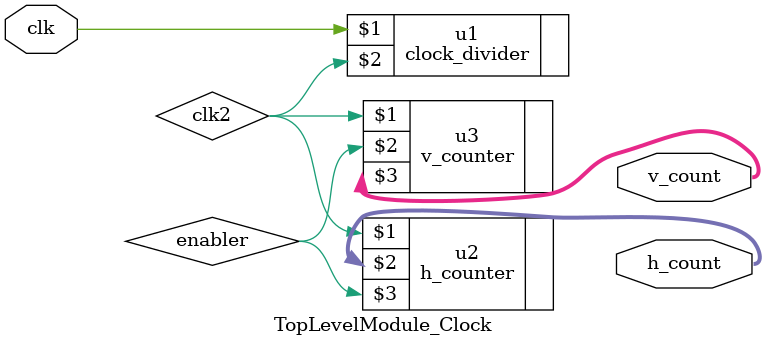
<source format=v>
`timescale 1ns / 1ps

module TopLevelModule_Clock(
    input clk,
    output [9:0] h_count,
    output [9:0] v_count
    );
    clock_divider u1(clk, clk2); // The output clk2 is the output from the clock_divider module which is acting as a wire in this module
    h_counter u2(clk2, h_count, enabler); // The output clk2 from clock_divider becomes the input of h_counter which in that module, is clk
    v_counter u3(clk2, enabler, v_count); // The output from h_counter is acting as a wire and is one of the input of v_counter which in that module is enable_v
endmodule

</source>
